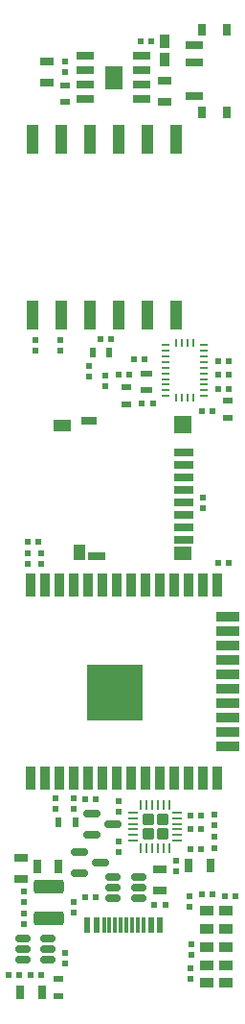
<source format=gtp>
G04 #@! TF.GenerationSoftware,KiCad,Pcbnew,6.0.2+dfsg-1*
G04 #@! TF.CreationDate,2022-06-20T13:27:43+02:00*
G04 #@! TF.ProjectId,trainlog,74726169-6e6c-46f6-972e-6b696361645f,rev?*
G04 #@! TF.SameCoordinates,Original*
G04 #@! TF.FileFunction,Paste,Top*
G04 #@! TF.FilePolarity,Positive*
%FSLAX46Y46*%
G04 Gerber Fmt 4.6, Leading zero omitted, Abs format (unit mm)*
G04 Created by KiCad (PCBNEW 6.0.2+dfsg-1) date 2022-06-20 13:27:43*
%MOMM*%
%LPD*%
G01*
G04 APERTURE LIST*
G04 Aperture macros list*
%AMRoundRect*
0 Rectangle with rounded corners*
0 $1 Rounding radius*
0 $2 $3 $4 $5 $6 $7 $8 $9 X,Y pos of 4 corners*
0 Add a 4 corners polygon primitive as box body*
4,1,4,$2,$3,$4,$5,$6,$7,$8,$9,$2,$3,0*
0 Add four circle primitives for the rounded corners*
1,1,$1+$1,$2,$3*
1,1,$1+$1,$4,$5*
1,1,$1+$1,$6,$7*
1,1,$1+$1,$8,$9*
0 Add four rect primitives between the rounded corners*
20,1,$1+$1,$2,$3,$4,$5,0*
20,1,$1+$1,$4,$5,$6,$7,0*
20,1,$1+$1,$6,$7,$8,$9,0*
20,1,$1+$1,$8,$9,$2,$3,0*%
G04 Aperture macros list end*
%ADD10R,0.600000X1.450000*%
%ADD11R,0.300000X1.450000*%
%ADD12R,1.000000X2.500000*%
%ADD13R,0.500000X0.600000*%
%ADD14R,1.750000X0.700000*%
%ADD15R,1.000000X1.450000*%
%ADD16R,1.550000X1.000000*%
%ADD17R,1.400000X0.800000*%
%ADD18R,1.500000X1.300000*%
%ADD19R,1.500000X0.800000*%
%ADD20R,1.500000X1.500000*%
%ADD21R,1.225000X0.850000*%
%ADD22R,0.600000X0.500000*%
%ADD23R,0.700000X1.300000*%
%ADD24R,1.300000X0.700000*%
%ADD25R,0.675000X0.254000*%
%ADD26R,0.254000X0.675000*%
%ADD27R,1.100000X0.600000*%
%ADD28RoundRect,0.250000X0.275000X-0.275000X0.275000X0.275000X-0.275000X0.275000X-0.275000X-0.275000X0*%
%ADD29RoundRect,0.062500X0.062500X-0.350000X0.062500X0.350000X-0.062500X0.350000X-0.062500X-0.350000X0*%
%ADD30RoundRect,0.062500X0.350000X-0.062500X0.350000X0.062500X-0.350000X0.062500X-0.350000X-0.062500X0*%
%ADD31R,0.600000X0.900000*%
%ADD32R,0.850000X1.225000*%
%ADD33R,0.900000X0.600000*%
%ADD34R,0.800000X1.000000*%
%ADD35R,1.500000X0.700000*%
%ADD36RoundRect,0.150000X-0.587500X-0.150000X0.587500X-0.150000X0.587500X0.150000X-0.587500X0.150000X0*%
%ADD37RoundRect,0.150000X0.512500X0.150000X-0.512500X0.150000X-0.512500X-0.150000X0.512500X-0.150000X0*%
%ADD38R,1.505000X0.802000*%
%ADD39R,1.567800X2.101200*%
%ADD40RoundRect,0.150000X-0.512500X-0.150000X0.512500X-0.150000X0.512500X0.150000X-0.512500X0.150000X0*%
%ADD41R,0.900000X2.000000*%
%ADD42R,2.000000X0.900000*%
%ADD43R,5.000000X5.000000*%
%ADD44RoundRect,0.250000X1.075000X-0.375000X1.075000X0.375000X-1.075000X0.375000X-1.075000X-0.375000X0*%
G04 APERTURE END LIST*
D10*
G04 #@! TO.C,J1*
X96800000Y-136477500D03*
X97600000Y-136477500D03*
D11*
X98750000Y-136477500D03*
X99750000Y-136477500D03*
X100250000Y-136477500D03*
X101250000Y-136477500D03*
D10*
X97600000Y-136477500D03*
X96800000Y-136477500D03*
X103200000Y-136477500D03*
X102400000Y-136477500D03*
D11*
X101750000Y-136477500D03*
X100750000Y-136477500D03*
X99250000Y-136477500D03*
X98250000Y-136477500D03*
D10*
X102400000Y-136477500D03*
X103200000Y-136477500D03*
G04 #@! TD*
D12*
G04 #@! TO.C,U5*
X91950000Y-82750000D03*
X94490000Y-82750000D03*
X97030000Y-82750000D03*
X99570000Y-82750000D03*
X102110000Y-82750000D03*
X104650000Y-82750000D03*
X104650000Y-67250000D03*
X102110000Y-67250000D03*
X99570000Y-67250000D03*
X97030000Y-67250000D03*
X94490000Y-67250000D03*
X91950000Y-67250000D03*
G04 #@! TD*
D13*
G04 #@! TO.C,R10*
X101530000Y-58600000D03*
X102470000Y-58600000D03*
G04 #@! TD*
G04 #@! TO.C,R6*
X105930000Y-126800000D03*
X106870000Y-126800000D03*
G04 #@! TD*
D14*
G04 #@! TO.C,J2*
X105350000Y-94825000D03*
X105350000Y-95925000D03*
X105350000Y-97025000D03*
X105350000Y-98125000D03*
X105350000Y-99225000D03*
X105350000Y-100325000D03*
X105350000Y-101425000D03*
X105350000Y-102525000D03*
D15*
X96125000Y-103650000D03*
D16*
X94550000Y-92425000D03*
D17*
X96975000Y-92025000D03*
D18*
X105225000Y-103725000D03*
D19*
X97625000Y-103975000D03*
D20*
X105225000Y-92375000D03*
G04 #@! TD*
D21*
G04 #@! TO.C,D2*
X109012500Y-135200000D03*
X107387500Y-135200000D03*
G04 #@! TD*
D22*
G04 #@! TO.C,C3*
X104600000Y-130830000D03*
X104600000Y-131770000D03*
G04 #@! TD*
D23*
G04 #@! TO.C,C1*
X105750000Y-131200000D03*
X107650000Y-131200000D03*
G04 #@! TD*
D13*
G04 #@! TO.C,R2*
X102730000Y-134700000D03*
X103670000Y-134700000D03*
G04 #@! TD*
D24*
G04 #@! TO.C,C4*
X103200000Y-131550000D03*
X103200000Y-133450000D03*
G04 #@! TD*
D13*
G04 #@! TO.C,R15*
X107870000Y-133800000D03*
X106930000Y-133800000D03*
G04 #@! TD*
D25*
G04 #@! TO.C,U6*
X103737500Y-89850000D03*
D26*
X104650000Y-89987500D03*
X105150000Y-89987500D03*
X105650000Y-89987500D03*
X106150000Y-89987500D03*
D25*
X107062500Y-89850000D03*
X107062500Y-89350000D03*
X107062500Y-88850000D03*
X107062500Y-88350000D03*
X107062500Y-87850000D03*
X107062500Y-87350000D03*
X107062500Y-86850000D03*
X107062500Y-86350000D03*
X107062500Y-85850000D03*
X107062500Y-85350000D03*
D26*
X106150000Y-85212500D03*
X105650000Y-85212500D03*
X105150000Y-85212500D03*
X104650000Y-85212500D03*
D25*
X103737500Y-85350000D03*
X103737500Y-85850000D03*
X103737500Y-86350000D03*
X103737500Y-86850000D03*
X103737500Y-87350000D03*
X103737500Y-87850000D03*
X103737500Y-88350000D03*
X103737500Y-88850000D03*
X103737500Y-89350000D03*
G04 #@! TD*
D21*
G04 #@! TO.C,D5*
X109012500Y-140000000D03*
X107387500Y-140000000D03*
G04 #@! TD*
D24*
G04 #@! TO.C,C26*
X90900000Y-132450000D03*
X90900000Y-130550000D03*
G04 #@! TD*
D13*
G04 #@! TO.C,R1*
X96630000Y-134000000D03*
X97570000Y-134000000D03*
G04 #@! TD*
D22*
G04 #@! TO.C,R19*
X98400000Y-88080000D03*
X98400000Y-89020000D03*
G04 #@! TD*
D13*
G04 #@! TO.C,R22*
X108330000Y-89200000D03*
X109270000Y-89200000D03*
G04 #@! TD*
G04 #@! TO.C,C17*
X102570000Y-90500000D03*
X101630000Y-90500000D03*
G04 #@! TD*
D27*
G04 #@! TO.C,Y2*
X102000000Y-89300000D03*
X102000000Y-87900000D03*
G04 #@! TD*
D13*
G04 #@! TO.C,C14*
X98870000Y-84800000D03*
X97930000Y-84800000D03*
G04 #@! TD*
D22*
G04 #@! TO.C,R20*
X96950000Y-88170000D03*
X96950000Y-87230000D03*
G04 #@! TD*
G04 #@! TO.C,R28*
X99600000Y-126470000D03*
X99600000Y-125530000D03*
G04 #@! TD*
D23*
G04 #@! TO.C,C8*
X92750000Y-142400000D03*
X90850000Y-142400000D03*
G04 #@! TD*
D28*
G04 #@! TO.C,U1*
X103450000Y-128450000D03*
X103450000Y-127150000D03*
X102150000Y-127150000D03*
X102150000Y-128450000D03*
D29*
X101550000Y-129737500D03*
X102050000Y-129737500D03*
X102550000Y-129737500D03*
X103050000Y-129737500D03*
X103550000Y-129737500D03*
X104050000Y-129737500D03*
D30*
X104737500Y-129050000D03*
X104737500Y-128550000D03*
X104737500Y-128050000D03*
X104737500Y-127550000D03*
X104737500Y-127050000D03*
X104737500Y-126550000D03*
D29*
X104050000Y-125862500D03*
X103550000Y-125862500D03*
X103050000Y-125862500D03*
X102550000Y-125862500D03*
X102050000Y-125862500D03*
X101550000Y-125862500D03*
D30*
X100862500Y-126550000D03*
X100862500Y-127050000D03*
X100862500Y-127550000D03*
X100862500Y-128050000D03*
X100862500Y-128550000D03*
X100862500Y-129050000D03*
G04 #@! TD*
D23*
G04 #@! TO.C,C25*
X94250000Y-131300000D03*
X92350000Y-131300000D03*
G04 #@! TD*
D22*
G04 #@! TO.C,R11*
X94800000Y-61270000D03*
X94800000Y-60330000D03*
G04 #@! TD*
D13*
G04 #@! TO.C,R30*
X109270000Y-104600000D03*
X108330000Y-104600000D03*
G04 #@! TD*
D31*
G04 #@! TO.C,C9*
X95750000Y-127400000D03*
X94250000Y-127400000D03*
G04 #@! TD*
D32*
G04 #@! TO.C,D1*
X103600000Y-60212500D03*
X103600000Y-58587500D03*
G04 #@! TD*
D24*
G04 #@! TO.C,C11*
X103600000Y-63950000D03*
X103600000Y-62050000D03*
G04 #@! TD*
D13*
G04 #@! TO.C,C19*
X108330000Y-88000000D03*
X109270000Y-88000000D03*
G04 #@! TD*
D22*
G04 #@! TO.C,R4*
X108000000Y-128730000D03*
X108000000Y-129670000D03*
G04 #@! TD*
D33*
G04 #@! TO.C,C18*
X100200000Y-90550000D03*
X100200000Y-89050000D03*
G04 #@! TD*
D34*
G04 #@! TO.C,SW1*
X106890000Y-57550000D03*
X109100000Y-64850000D03*
X109100000Y-57550000D03*
X106890000Y-64850000D03*
D35*
X106240000Y-63450000D03*
X106240000Y-60450000D03*
X106240000Y-58950000D03*
G04 #@! TD*
D22*
G04 #@! TO.C,R5*
X108000000Y-126730000D03*
X108000000Y-127670000D03*
G04 #@! TD*
G04 #@! TO.C,R25*
X95600000Y-134430000D03*
X95600000Y-135370000D03*
G04 #@! TD*
G04 #@! TO.C,R24*
X94800000Y-138930000D03*
X94800000Y-139870000D03*
G04 #@! TD*
D36*
G04 #@! TO.C,Q2*
X97212500Y-126650000D03*
X97212500Y-128550000D03*
X99087500Y-127600000D03*
G04 #@! TD*
D22*
G04 #@! TO.C,R17*
X106000000Y-138180000D03*
X106000000Y-139120000D03*
G04 #@! TD*
G04 #@! TO.C,C24*
X91200000Y-136370000D03*
X91200000Y-135430000D03*
G04 #@! TD*
D37*
G04 #@! TO.C,U2*
X101337500Y-134150000D03*
X101337500Y-133200000D03*
X101337500Y-132250000D03*
X99062500Y-132250000D03*
X99062500Y-133200000D03*
X99062500Y-134150000D03*
G04 #@! TD*
D13*
G04 #@! TO.C,C21*
X99530000Y-88000000D03*
X100470000Y-88000000D03*
G04 #@! TD*
D36*
G04 #@! TO.C,Q1*
X96062500Y-130050000D03*
X96062500Y-131950000D03*
X97937500Y-131000000D03*
G04 #@! TD*
D31*
G04 #@! TO.C,C12*
X98750000Y-86000000D03*
X97250000Y-86000000D03*
G04 #@! TD*
D22*
G04 #@! TO.C,R31*
X95600000Y-126270000D03*
X95600000Y-125330000D03*
G04 #@! TD*
D13*
G04 #@! TO.C,R27*
X105930000Y-128000000D03*
X106870000Y-128000000D03*
G04 #@! TD*
G04 #@! TO.C,C2*
X105930000Y-129800000D03*
X106870000Y-129800000D03*
G04 #@! TD*
D38*
G04 #@! TO.C,U3*
X96602500Y-59895000D03*
X96602500Y-61165000D03*
X96602500Y-62435000D03*
X96602500Y-63705000D03*
X101597500Y-63705000D03*
X101597500Y-62435000D03*
X101597500Y-61165000D03*
X101597500Y-59895000D03*
D39*
X99100000Y-61800000D03*
G04 #@! TD*
D13*
G04 #@! TO.C,C15*
X106930000Y-91200000D03*
X107870000Y-91200000D03*
G04 #@! TD*
G04 #@! TO.C,R26*
X90770000Y-140900000D03*
X89830000Y-140900000D03*
G04 #@! TD*
G04 #@! TO.C,C20*
X100930000Y-86600000D03*
X101870000Y-86600000D03*
G04 #@! TD*
D22*
G04 #@! TO.C,R9*
X92700000Y-104670000D03*
X92700000Y-103730000D03*
G04 #@! TD*
G04 #@! TO.C,R13*
X92200000Y-85870000D03*
X92200000Y-84930000D03*
G04 #@! TD*
D40*
G04 #@! TO.C,U7*
X91062500Y-137650000D03*
X91062500Y-138600000D03*
X91062500Y-139550000D03*
X93337500Y-139550000D03*
X93337500Y-138600000D03*
X93337500Y-137650000D03*
G04 #@! TD*
D22*
G04 #@! TO.C,R18*
X105800000Y-133930000D03*
X105800000Y-134870000D03*
G04 #@! TD*
D13*
G04 #@! TO.C,R7*
X92470000Y-102700000D03*
X91530000Y-102700000D03*
G04 #@! TD*
G04 #@! TO.C,C28*
X96580000Y-125400000D03*
X97520000Y-125400000D03*
G04 #@! TD*
G04 #@! TO.C,R21*
X108330000Y-86800000D03*
X109270000Y-86800000D03*
G04 #@! TD*
G04 #@! TO.C,R14*
X109870000Y-133900000D03*
X108930000Y-133900000D03*
G04 #@! TD*
D22*
G04 #@! TO.C,C10*
X94000000Y-125330000D03*
X94000000Y-126270000D03*
G04 #@! TD*
G04 #@! TO.C,R16*
X105950000Y-140280000D03*
X105950000Y-141220000D03*
G04 #@! TD*
D33*
G04 #@! TO.C,C23*
X94800000Y-63950000D03*
X94800000Y-62450000D03*
G04 #@! TD*
D41*
G04 #@! TO.C,U4*
X91745000Y-123500000D03*
X93015000Y-123500000D03*
X94285000Y-123500000D03*
X95555000Y-123500000D03*
X96825000Y-123500000D03*
X98095000Y-123500000D03*
X99365000Y-123500000D03*
X100635000Y-123500000D03*
X101905000Y-123500000D03*
X103175000Y-123500000D03*
X104445000Y-123500000D03*
X105715000Y-123500000D03*
X106985000Y-123500000D03*
X108255000Y-123500000D03*
D42*
X109255000Y-120715000D03*
X109255000Y-119445000D03*
X109255000Y-118175000D03*
X109255000Y-116905000D03*
X109255000Y-115635000D03*
X109255000Y-114365000D03*
X109255000Y-113095000D03*
X109255000Y-111825000D03*
X109255000Y-110555000D03*
X109255000Y-109285000D03*
D41*
X108255000Y-106500000D03*
X106985000Y-106500000D03*
X105715000Y-106500000D03*
X104445000Y-106500000D03*
X103175000Y-106500000D03*
X101905000Y-106500000D03*
X100635000Y-106500000D03*
X99365000Y-106500000D03*
X98095000Y-106500000D03*
X96825000Y-106500000D03*
X95555000Y-106500000D03*
X94285000Y-106500000D03*
X93015000Y-106500000D03*
X91745000Y-106500000D03*
D43*
X99245000Y-116000000D03*
G04 #@! TD*
D22*
G04 #@! TO.C,C5*
X107050000Y-98830000D03*
X107050000Y-99770000D03*
G04 #@! TD*
D13*
G04 #@! TO.C,C22*
X92670000Y-140900000D03*
X91730000Y-140900000D03*
G04 #@! TD*
D22*
G04 #@! TO.C,R29*
X99600000Y-130070000D03*
X99600000Y-129130000D03*
G04 #@! TD*
G04 #@! TO.C,R12*
X94400000Y-84930000D03*
X94400000Y-85870000D03*
G04 #@! TD*
D21*
G04 #@! TO.C,D6*
X109012500Y-138400000D03*
X107387500Y-138400000D03*
G04 #@! TD*
D24*
G04 #@! TO.C,C7*
X93200000Y-62250000D03*
X93200000Y-60350000D03*
G04 #@! TD*
D33*
G04 #@! TO.C,C13*
X109200000Y-91750000D03*
X109200000Y-90250000D03*
G04 #@! TD*
D22*
G04 #@! TO.C,R8*
X91550000Y-104670000D03*
X91550000Y-103730000D03*
G04 #@! TD*
G04 #@! TO.C,C27*
X91200000Y-133530000D03*
X91200000Y-134470000D03*
G04 #@! TD*
D33*
G04 #@! TO.C,R23*
X94200000Y-141250000D03*
X94200000Y-142750000D03*
G04 #@! TD*
D21*
G04 #@! TO.C,D3*
X109012500Y-136800000D03*
X107387500Y-136800000D03*
G04 #@! TD*
D44*
G04 #@! TO.C,L1*
X93400000Y-135900000D03*
X93400000Y-133100000D03*
G04 #@! TD*
D21*
G04 #@! TO.C,D4*
X109012500Y-141600000D03*
X107387500Y-141600000D03*
G04 #@! TD*
M02*

</source>
